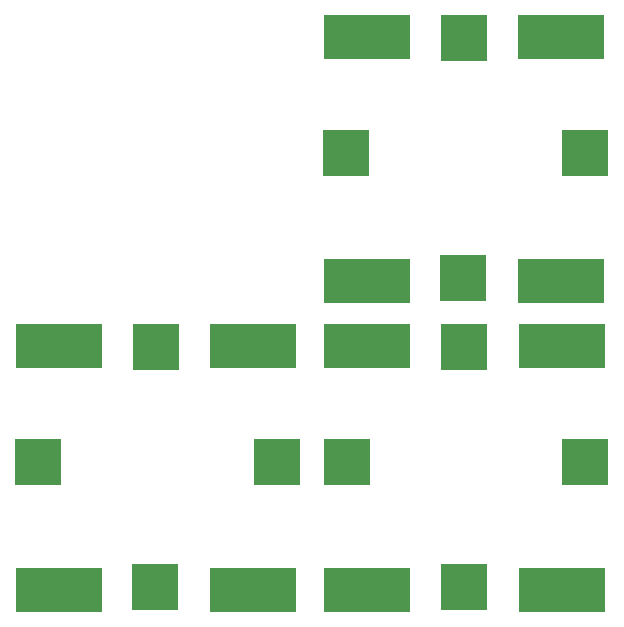
<source format=gbr>
%TF.GenerationSoftware,KiCad,Pcbnew,(5.1.10)-1*%
%TF.CreationDate,2023-07-23T11:40:44-05:00*%
%TF.ProjectId,perovskite_contact_board,7065726f-7673-46b6-9974-655f636f6e74,V3*%
%TF.SameCoordinates,Original*%
%TF.FileFunction,Copper,L1,Top*%
%TF.FilePolarity,Positive*%
%FSLAX46Y46*%
G04 Gerber Fmt 4.6, Leading zero omitted, Abs format (unit mm)*
G04 Created by KiCad (PCBNEW (5.1.10)-1) date 2023-07-23 11:40:44*
%MOMM*%
%LPD*%
G01*
G04 APERTURE LIST*
%TA.AperFunction,SMDPad,CuDef*%
%ADD10R,4.000000X4.000000*%
%TD*%
%TA.AperFunction,SMDPad,CuDef*%
%ADD11R,7.400000X3.800000*%
%TD*%
%TA.AperFunction,ViaPad*%
%ADD12C,0.800000*%
%TD*%
G04 APERTURE END LIST*
D10*
%TO.P,U2,7*%
%TO.N,CP_2*%
X147079000Y-110063000D03*
X126879000Y-110063000D03*
%TO.P,U2,5*%
%TO.N,CELL_11*%
X136779000Y-120663000D03*
%TO.P,U2,2*%
%TO.N,CELL_8*%
X136829000Y-100363000D03*
D11*
%TO.P,U2,6*%
%TO.N,CELL_12*%
X128629000Y-120863000D03*
%TO.P,U2,4*%
%TO.N,CELL_10*%
X145079000Y-120863000D03*
%TO.P,U2,3*%
%TO.N,CELL_9*%
X145079000Y-100263000D03*
%TO.P,U2,1*%
%TO.N,CELL_7*%
X128629000Y-100263000D03*
%TD*%
D10*
%TO.P,U3,7*%
%TO.N,CP_3*%
X173177500Y-110063000D03*
X152977500Y-110063000D03*
%TO.P,U3,5*%
%TO.N,CELL_17*%
X162877500Y-120663000D03*
%TO.P,U3,2*%
%TO.N,CELL_14*%
X162927500Y-100363000D03*
D11*
%TO.P,U3,6*%
%TO.N,CELL_18*%
X154727500Y-120863000D03*
%TO.P,U3,4*%
%TO.N,CELL_16*%
X171177500Y-120863000D03*
%TO.P,U3,3*%
%TO.N,CELL_15*%
X171177500Y-100263000D03*
%TO.P,U3,1*%
%TO.N,CELL_13*%
X154727500Y-100263000D03*
%TD*%
D10*
%TO.P,U1,7*%
%TO.N,CP_1*%
X173136000Y-83901000D03*
X152936000Y-83901000D03*
%TO.P,U1,5*%
%TO.N,CELL_5*%
X162836000Y-94501000D03*
%TO.P,U1,2*%
%TO.N,CELL_2*%
X162886000Y-74201000D03*
D11*
%TO.P,U1,6*%
%TO.N,CELL_6*%
X154686000Y-94701000D03*
%TO.P,U1,4*%
%TO.N,CELL_4*%
X171136000Y-94701000D03*
%TO.P,U1,3*%
%TO.N,CELL_3*%
X171136000Y-74101000D03*
%TO.P,U1,1*%
%TO.N,CELL_1*%
X154686000Y-74101000D03*
%TD*%
D12*
%TO.N,CELL_1*%
X154686000Y-74101000D03*
%TO.N,CELL_2*%
X162886000Y-74201000D03*
%TO.N,CELL_3*%
X171136000Y-74101000D03*
%TO.N,CELL_4*%
X171136000Y-94701000D03*
%TO.N,CELL_5*%
X162836000Y-94501000D03*
%TO.N,CELL_6*%
X154686000Y-94701000D03*
%TO.N,CP_1*%
X152936000Y-83901000D03*
X173136000Y-83901000D03*
%TO.N,CELL_12*%
X128629000Y-120863000D03*
%TO.N,CELL_11*%
X136779000Y-120663000D03*
%TO.N,CELL_10*%
X145079000Y-120863000D03*
%TO.N,CELL_9*%
X145079000Y-100263000D03*
%TO.N,CELL_8*%
X136829000Y-100363000D03*
%TO.N,CELL_7*%
X128629000Y-100263000D03*
%TO.N,CP_2*%
X126879000Y-110063000D03*
X147079000Y-110063000D03*
%TO.N,CELL_13*%
X154727500Y-100263000D03*
%TO.N,CELL_14*%
X162927500Y-100363000D03*
%TO.N,CELL_15*%
X171177500Y-100263000D03*
%TO.N,CELL_16*%
X171177500Y-120863000D03*
%TO.N,CELL_17*%
X162877500Y-120663000D03*
%TO.N,CELL_18*%
X154727500Y-120863000D03*
%TO.N,CP_3*%
X152977500Y-110063000D03*
X173177500Y-110063000D03*
%TD*%
M02*

</source>
